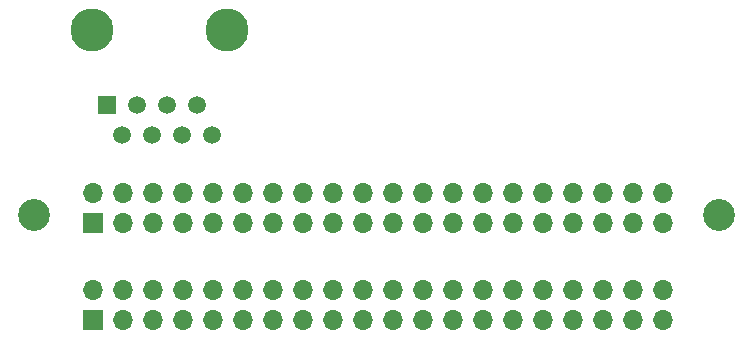
<source format=gbr>
G04 #@! TF.FileFunction,Soldermask,Top*
%FSLAX46Y46*%
G04 Gerber Fmt 4.6, Leading zero omitted, Abs format (unit mm)*
G04 Created by KiCad (PCBNEW 4.0.0-rc1-stable) date 17/10/2017 17:51:27*
%MOMM*%
G01*
G04 APERTURE LIST*
%ADD10C,0.076200*%
%ADD11C,2.700000*%
%ADD12R,1.700000X1.700000*%
%ADD13O,1.700000X1.700000*%
%ADD14C,3.650000*%
%ADD15R,1.500000X1.500000*%
%ADD16C,1.500000*%
G04 APERTURE END LIST*
D10*
D11*
X217500000Y-45500000D03*
X159500000Y-45500000D03*
D12*
X164490000Y-54420000D03*
D13*
X164490000Y-51880000D03*
X167030000Y-54420000D03*
X167030000Y-51880000D03*
X169570000Y-54420000D03*
X169570000Y-51880000D03*
X172110000Y-54420000D03*
X172110000Y-51880000D03*
X174650000Y-54420000D03*
X174650000Y-51880000D03*
X177190000Y-54420000D03*
X177190000Y-51880000D03*
X179730000Y-54420000D03*
X179730000Y-51880000D03*
X182270000Y-54420000D03*
X182270000Y-51880000D03*
X184810000Y-54420000D03*
X184810000Y-51880000D03*
X187350000Y-54420000D03*
X187350000Y-51880000D03*
X189890000Y-54420000D03*
X189890000Y-51880000D03*
X192430000Y-54420000D03*
X192430000Y-51880000D03*
X194970000Y-54420000D03*
X194970000Y-51880000D03*
X197510000Y-54420000D03*
X197510000Y-51880000D03*
X200050000Y-54420000D03*
X200050000Y-51880000D03*
X202590000Y-54420000D03*
X202590000Y-51880000D03*
X205130000Y-54420000D03*
X205130000Y-51880000D03*
X207670000Y-54420000D03*
X207670000Y-51880000D03*
X210210000Y-54420000D03*
X210210000Y-51880000D03*
X212750000Y-54420000D03*
X212750000Y-51880000D03*
D14*
X175864600Y-29862000D03*
X164434600Y-29862000D03*
D15*
X165704600Y-36212000D03*
D16*
X166974600Y-38752000D03*
X168244600Y-36212000D03*
X169514600Y-38752000D03*
X170784600Y-36212000D03*
X172054600Y-38752000D03*
X173324600Y-36212000D03*
X174594600Y-38752000D03*
D12*
X164470000Y-46230000D03*
D13*
X164470000Y-43690000D03*
X167010000Y-46230000D03*
X167010000Y-43690000D03*
X169550000Y-46230000D03*
X169550000Y-43690000D03*
X172090000Y-46230000D03*
X172090000Y-43690000D03*
X174630000Y-46230000D03*
X174630000Y-43690000D03*
X177170000Y-46230000D03*
X177170000Y-43690000D03*
X179710000Y-46230000D03*
X179710000Y-43690000D03*
X182250000Y-46230000D03*
X182250000Y-43690000D03*
X184790000Y-46230000D03*
X184790000Y-43690000D03*
X187330000Y-46230000D03*
X187330000Y-43690000D03*
X189870000Y-46230000D03*
X189870000Y-43690000D03*
X192410000Y-46230000D03*
X192410000Y-43690000D03*
X194950000Y-46230000D03*
X194950000Y-43690000D03*
X197490000Y-46230000D03*
X197490000Y-43690000D03*
X200030000Y-46230000D03*
X200030000Y-43690000D03*
X202570000Y-46230000D03*
X202570000Y-43690000D03*
X205110000Y-46230000D03*
X205110000Y-43690000D03*
X207650000Y-46230000D03*
X207650000Y-43690000D03*
X210190000Y-46230000D03*
X210190000Y-43690000D03*
X212730000Y-46230000D03*
X212730000Y-43690000D03*
M02*

</source>
